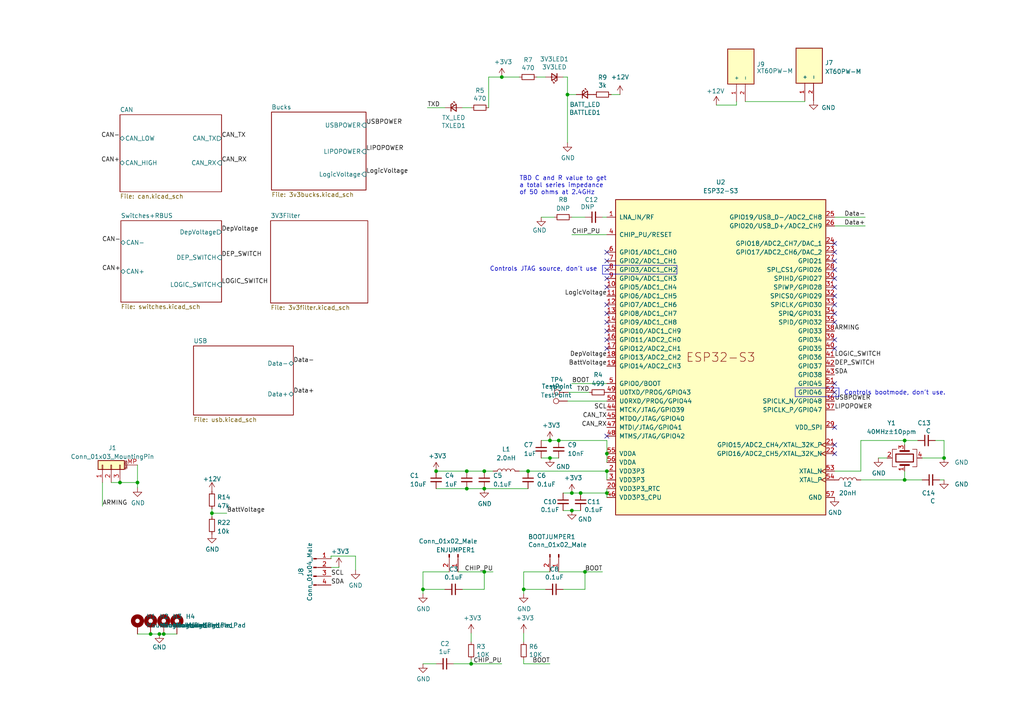
<source format=kicad_sch>
(kicad_sch (version 20230121) (generator eeschema)
  (paper "A4")
  (lib_symbols
    (symbol "Connector:Conn_01x02_Male" (pin_names (offset 1.016) hide)
      (property "Reference" "J" (at 0 2.54 0))
      (property "Value" "Conn_01x02_Male" (at 0 -5.08 0))
      (symbol "Conn_01x02_Male_1_1"
        (polyline (pts (xy 1.27 -2.54) (xy 0.8636 -2.54)) (stroke (width 0.1524)))
        (polyline (pts (xy 1.27 0) (xy 0.8636 0)) (stroke (width 0.1524)))
        (rectangle (start 0.8636 -2.413) (end 0 -2.667) (stroke (width 0.1524)) (fill (type outline)))
        (rectangle (start 0.8636 0.127) (end 0 -0.127) (stroke (width 0.1524)) (fill (type outline)))
        (pin passive line (at 5.08 0 180) (length 3.81) (name "Pin_1") (number "1"))
        (pin passive line (at 5.08 -2.54 180) (length 3.81) (name "Pin_2") (number "2"))
      )
    )
    (symbol "Connector:Conn_01x04_Male" (pin_names (offset 1.016) hide)
      (property "Reference" "J" (at 0 5.08 0))
      (property "Value" "Conn_01x04_Male" (at 0 -7.62 0))
      (symbol "Conn_01x04_Male_1_1"
        (polyline (pts (xy 1.27 -5.08) (xy 0.8636 -5.08)) (stroke (width 0.1524)))
        (polyline (pts (xy 1.27 -2.54) (xy 0.8636 -2.54)) (stroke (width 0.1524)))
        (polyline (pts (xy 1.27 0) (xy 0.8636 0)) (stroke (width 0.1524)))
        (polyline (pts (xy 1.27 2.54) (xy 0.8636 2.54)) (stroke (width 0.1524)))
        (rectangle (start 0.8636 -4.953) (end 0 -5.207) (stroke (width 0.1524)) (fill (type outline)))
        (rectangle (start 0.8636 -2.413) (end 0 -2.667) (stroke (width 0.1524)) (fill (type outline)))
        (rectangle (start 0.8636 0.127) (end 0 -0.127) (stroke (width 0.1524)) (fill (type outline)))
        (rectangle (start 0.8636 2.667) (end 0 2.413) (stroke (width 0.1524)) (fill (type outline)))
        (pin passive line (at 5.08 2.54 180) (length 3.81) (name "Pin_1") (number "1"))
        (pin passive line (at 5.08 0 180) (length 3.81) (name "Pin_2") (number "2"))
        (pin passive line (at 5.08 -2.54 180) (length 3.81) (name "Pin_3") (number "3"))
        (pin passive line (at 5.08 -5.08 180) (length 3.81) (name "Pin_4") (number "4"))
      )
    )
    (symbol "Connector:TestPoint" (pin_numbers hide) (pin_names (offset 0.762) hide)
      (property "Reference" "TP" (at 0 6.858 0))
      (property "Value" "TestPoint" (at 0 5.08 0))
      (symbol "TestPoint_0_1"
        (circle (center 0 3.302) (radius 0.762))
      )
      (symbol "TestPoint_1_1"
        (pin passive line (at 0 0 90) (length 2.54) (name "1") (number "1"))
      )
    )
    (symbol "Connector_Generic_MountingPin:Conn_01x03_MountingPin" (pin_names (offset 1.016) hide)
      (property "Reference" "J" (at 0 5.08 0))
      (property "Value" "Conn_01x03_MountingPin" (at 1.27 -5.08 0))
      (symbol "Conn_01x03_MountingPin_1_1"
        (rectangle (start -1.27 -2.413) (end 0 -2.667) (stroke (width 0.1524)))
        (rectangle (start -1.27 0.127) (end 0 -0.127) (stroke (width 0.1524)))
        (rectangle (start -1.27 2.667) (end 0 2.413) (stroke (width 0.1524)))
        (rectangle (start -1.27 3.81) (end 1.27 -3.81) (stroke (width 0.254)) (fill (type background)))
        (polyline (pts (xy -1.016 -4.572) (xy 1.016 -4.572)) (stroke (width 0.1524)))
        (text "Mounting" (at 0 -4.191 0) (effects (font (size 0.381 0.381))))
        (pin passive line (at -5.08 2.54 0) (length 3.81) (name "Pin_1") (number "1"))
        (pin passive line (at -5.08 0 0) (length 3.81) (name "Pin_2") (number "2"))
        (pin passive line (at -5.08 -2.54 0) (length 3.81) (name "Pin_3") (number "3"))
        (pin passive line (at 0 -7.62 90) (length 3.048) (name "MountPin") (number "MP"))
      )
    )
    (symbol "Device:C_Small" (pin_numbers hide) (pin_names (offset 0.254) hide)
      (property "Reference" "C" (at 0.254 1.778 0))
      (property "Value" "C_Small" (at 0.254 -2.032 0))
      (symbol "C_Small_0_1"
        (polyline (pts (xy -1.524 -0.508) (xy 1.524 -0.508)) (stroke (width 0.3302)))
        (polyline (pts (xy -1.524 0.508) (xy 1.524 0.508)) (stroke (width 0.3048)))
      )
      (symbol "C_Small_1_1"
        (pin passive line (at 0 2.54 270) (length 2.032) (name "~") (number "1"))
        (pin passive line (at 0 -2.54 90) (length 2.032) (name "~") (number "2"))
      )
    )
    (symbol "Device:Crystal_GND24" (pin_names (offset 1.016) hide)
      (property "Reference" "Y" (at 3.175 5.08 0))
      (property "Value" "Crystal_GND24" (at 3.175 3.175 0))
      (symbol "Crystal_GND24_0_1"
        (rectangle (start -1.143 2.54) (end 1.143 -2.54) (stroke (width 0.3048)))
        (polyline (pts (xy -2.54 0) (xy -2.032 0)))
        (polyline (pts (xy -2.032 -1.27) (xy -2.032 1.27)) (stroke (width 0.508)))
        (polyline (pts (xy 0 -3.81) (xy 0 -3.556)))
        (polyline (pts (xy 0 3.556) (xy 0 3.81)))
        (polyline (pts (xy 2.032 -1.27) (xy 2.032 1.27)) (stroke (width 0.508)))
        (polyline (pts (xy 2.032 0) (xy 2.54 0)))
        (polyline (pts (xy -2.54 -2.286) (xy -2.54 -3.556) (xy 2.54 -3.556) (xy 2.54 -2.286)))
        (polyline (pts (xy -2.54 2.286) (xy -2.54 3.556) (xy 2.54 3.556) (xy 2.54 2.286)))
      )
      (symbol "Crystal_GND24_1_1"
        (pin passive line (at -3.81 0 0) (length 1.27) (name "1") (number "1"))
        (pin passive line (at 0 5.08 270) (length 1.27) (name "2") (number "2"))
        (pin passive line (at 3.81 0 180) (length 1.27) (name "3") (number "3"))
        (pin passive line (at 0 -5.08 90) (length 1.27) (name "4") (number "4"))
      )
    )
    (symbol "Device:L" (pin_numbers hide) (pin_names (offset 1.016) hide)
      (property "Reference" "L" (at -1.27 0 90))
      (property "Value" "L" (at 1.905 0 90))
      (symbol "L_0_1"
        (arc (start 0 -2.54) (mid 0.6323 -1.905) (end 0 -1.27))
        (arc (start 0 -1.27) (mid 0.6323 -0.635) (end 0 0))
        (arc (start 0 0) (mid 0.6323 0.635) (end 0 1.27))
        (arc (start 0 1.27) (mid 0.6323 1.905) (end 0 2.54))
      )
      (symbol "L_1_1"
        (pin passive line (at 0 3.81 270) (length 1.27) (name "1") (number "1"))
        (pin passive line (at 0 -3.81 90) (length 1.27) (name "2") (number "2"))
      )
    )
    (symbol "Device:LED_Small" (pin_numbers hide) (pin_names (offset 0.254) hide)
      (property "Reference" "D" (at -1.27 3.175 0))
      (property "Value" "LED_Small" (at -4.445 -2.54 0))
      (symbol "LED_Small_0_1"
        (polyline (pts (xy -0.762 -1.016) (xy -0.762 1.016)) (stroke (width 0.254)))
        (polyline (pts (xy 1.016 0) (xy -0.762 0)))
        (polyline (pts (xy 0.762 -1.016) (xy -0.762 0) (xy 0.762 1.016) (xy 0.762 -1.016)) (stroke (width 0.254)))
        (polyline (pts (xy 0 0.762) (xy -0.508 1.27) (xy -0.254 1.27) (xy -0.508 1.27) (xy -0.508 1.016)))
        (polyline (pts (xy 0.508 1.27) (xy 0 1.778) (xy 0.254 1.778) (xy 0 1.778) (xy 0 1.524)))
      )
      (symbol "LED_Small_1_1"
        (pin passive line (at -2.54 0 0) (length 1.778) (name "K") (number "1"))
        (pin passive line (at 2.54 0 180) (length 1.778) (name "A") (number "2"))
      )
    )
    (symbol "Device:R_Small" (pin_numbers hide) (pin_names (offset 0.254) hide)
      (property "Reference" "R" (at 0.762 0.508 0))
      (property "Value" "R_Small" (at 0.762 -1.016 0))
      (symbol "R_Small_0_1"
        (rectangle (start -0.762 1.778) (end 0.762 -1.778) (stroke (width 0.2032)))
      )
      (symbol "R_Small_1_1"
        (pin passive line (at 0 2.54 270) (length 0.762) (name "~") (number "1"))
        (pin passive line (at 0 -2.54 90) (length 0.762) (name "~") (number "2"))
      )
    )
    (symbol "Espressif:ESP32-S3" (pin_names (offset 1.016))
      (property "Reference" "U" (at 0 48.26 0))
      (property "Value" "ESP32-S3" (at 0 -48.26 0))
      (symbol "ESP32-S3_0_0"
        (text "ESP32-S3" (at 0 0 0) (effects (font (size 2.54 2.54))))
        (pin bidirectional line (at 33.02 -12.7 180) (length 2.54) (name "SPICLK_N/GPIO48") (number "36"))
        (pin bidirectional line (at 33.02 -15.24 180) (length 2.54) (name "SPICLK_P/GPIO47") (number "37"))
      )
      (symbol "ESP32-S3_0_1"
        (rectangle (start -30.48 45.72) (end 30.48 -45.72) (stroke (width 0.254)) (fill (type background)))
      )
      (symbol "ESP32-S3_1_1"
        (pin bidirectional line (at -33.02 40.64 0) (length 2.54) (name "LNA_IN/RF") (number "1"))
        (pin bidirectional line (at -33.02 20.32 0) (length 2.54) (name "GPIO5/ADC1_CH4") (number "10"))
        (pin bidirectional line (at -33.02 17.78 0) (length 2.54) (name "GPIO6/ADC1_CH5") (number "11"))
        (pin bidirectional line (at -33.02 15.24 0) (length 2.54) (name "GPIO7/ADC1_CH6") (number "12"))
        (pin bidirectional line (at -33.02 12.7 0) (length 2.54) (name "GPIO8/ADC1_CH7") (number "13"))
        (pin bidirectional line (at -33.02 10.16 0) (length 2.54) (name "GPIO9/ADC1_CH8") (number "14"))
        (pin bidirectional line (at -33.02 7.62 0) (length 2.54) (name "GPIO10/ADC1_CH9") (number "15"))
        (pin bidirectional line (at -33.02 5.08 0) (length 2.54) (name "GPIO11/ADC2_CH0") (number "16"))
        (pin bidirectional line (at -33.02 2.54 0) (length 2.54) (name "GPIO12/ADC2_CH1") (number "17"))
        (pin bidirectional line (at -33.02 0 0) (length 2.54) (name "GPIO13/ADC2_CH2") (number "18"))
        (pin bidirectional line (at -33.02 -2.54 0) (length 2.54) (name "GPIO14/ADC2_CH3") (number "19"))
        (pin power_in line (at -33.02 -33.02 0) (length 2.54) (name "VDD3P3") (number "2"))
        (pin power_in line (at -33.02 -38.1 0) (length 2.54) (name "VDD3P3_RTC") (number "20"))
        (pin input clock (at 33.02 -25.4 180) (length 2.54) (name "GPIO15/ADC2_CH4/XTAL_32K_P") (number "21"))
        (pin output clock (at 33.02 -27.94 180) (length 2.54) (name "GPIO16/ADC2_CH5/XTAL_32K_N") (number "22"))
        (pin bidirectional line (at 33.02 30.48 180) (length 2.54) (name "GPIO17/ADC2_CH6/DAC_2") (number "23"))
        (pin bidirectional line (at 33.02 33.02 180) (length 2.54) (name "GPIO18/ADC2_CH7/DAC_1") (number "24"))
        (pin bidirectional line (at 33.02 40.64 180) (length 2.54) (name "GPIO19/USB_D-/ADC2_CH8") (number "25"))
        (pin bidirectional line (at 33.02 38.1 180) (length 2.54) (name "GPIO20/USB_D+/ADC2_CH9") (number "26"))
        (pin bidirectional line (at 33.02 27.94 180) (length 2.54) (name "GPIO21") (number "27"))
        (pin bidirectional line (at 33.02 25.4 180) (length 2.54) (name "SPI_CS1/GPIO26") (number "28"))
        (pin power_out line (at 33.02 -20.32 180) (length 2.54) (name "VDD_SPI") (number "29"))
        (pin power_in line (at -33.02 -35.56 0) (length 2.54) (name "VDD3P3") (number "3"))
        (pin bidirectional line (at 33.02 22.86 180) (length 2.54) (name "SPIHD/GPIO27") (number "30"))
        (pin bidirectional line (at 33.02 20.32 180) (length 2.54) (name "SPIWP/GPIO28") (number "31"))
        (pin bidirectional line (at 33.02 17.78 180) (length 2.54) (name "SPICS0/GPIO29") (number "32"))
        (pin bidirectional line (at 33.02 15.24 180) (length 2.54) (name "SPICLK/GPIO30") (number "33"))
        (pin bidirectional line (at 33.02 12.7 180) (length 2.54) (name "SPIQ/GPIO31") (number "34"))
        (pin bidirectional line (at 33.02 10.16 180) (length 2.54) (name "SPID/GPIO32") (number "35"))
        (pin bidirectional line (at 33.02 7.62 180) (length 2.54) (name "GPIO33") (number "38"))
        (pin bidirectional line (at 33.02 5.08 180) (length 2.54) (name "GPIO34") (number "39"))
        (pin input line (at -33.02 35.56 0) (length 2.54) (name "CHIP_PU/RESET") (number "4"))
        (pin bidirectional line (at 33.02 2.54 180) (length 2.54) (name "GPIO35") (number "40"))
        (pin bidirectional line (at 33.02 0 180) (length 2.54) (name "GPIO36") (number "41"))
        (pin bidirectional line (at 33.02 -2.54 180) (length 2.54) (name "GPIO37") (number "42"))
        (pin bidirectional line (at 33.02 -5.08 180) (length 2.54) (name "GPIO38") (number "43"))
        (pin bidirectional line (at -33.02 -15.24 0) (length 2.54) (name "MTCK/JTAG/GPIO39") (number "44"))
        (pin bidirectional line (at -33.02 -17.78 0) (length 2.54) (name "MTDO/JTAG/GPIO40") (number "45"))
        (pin power_in line (at -33.02 -40.64 0) (length 2.54) (name "VDD3P3_CPU") (number "46"))
        (pin bidirectional line (at -33.02 -20.32 0) (length 2.54) (name "MTDI/JTAG/GPIO41") (number "47"))
        (pin bidirectional line (at -33.02 -22.86 0) (length 2.54) (name "MTMS/JTAG/GPIO42") (number "48"))
        (pin bidirectional line (at -33.02 -10.16 0) (length 2.54) (name "U0TXD/PROG/GPIO43") (number "49"))
        (pin bidirectional line (at -33.02 -7.62 0) (length 2.54) (name "GPIO0/BOOT") (number "5"))
        (pin bidirectional line (at -33.02 -12.7 0) (length 2.54) (name "U0RXD/PROG/GPIO44") (number "50"))
        (pin bidirectional line (at 33.02 -7.62 180) (length 2.54) (name "GPIO45") (number "51"))
        (pin bidirectional line (at 33.02 -10.16 180) (length 2.54) (name "GPIO46") (number "52"))
        (pin input clock (at 33.02 -33.02 180) (length 2.54) (name "XTAL_N") (number "53"))
        (pin output clock (at 33.02 -35.56 180) (length 2.54) (name "XTAL_P") (number "54"))
        (pin power_in line (at -33.02 -27.94 0) (length 2.54) (name "VDDA") (number "55"))
        (pin power_in line (at -33.02 -30.48 0) (length 2.54) (name "VDDA") (number "56"))
        (pin power_in line (at 33.02 -40.64 180) (length 2.54) (name "GND") (number "57"))
        (pin bidirectional line (at -33.02 30.48 0) (length 2.54) (name "GPIO1/ADC1_CH0") (number "6"))
        (pin bidirectional line (at -33.02 27.94 0) (length 2.54) (name "GPIO2/ADC1_CH1") (number "7"))
        (pin bidirectional line (at -33.02 25.4 0) (length 2.54) (name "GPIO3/ADC1_CH2") (number "8"))
        (pin bidirectional line (at -33.02 22.86 0) (length 2.54) (name "GPIO4/ADC1_CH3") (number "9"))
      )
    )
    (symbol "Mechanical:MountingHole_Pad" (pin_numbers hide) (pin_names (offset 1.016) hide)
      (property "Reference" "H" (at 0 6.35 0))
      (property "Value" "MountingHole_Pad" (at 0 4.445 0))
      (symbol "MountingHole_Pad_0_1"
        (circle (center 0 1.27) (radius 1.27) (stroke (width 1.27)))
      )
      (symbol "MountingHole_Pad_1_1"
        (pin input line (at 0 -2.54 90) (length 2.54) (name "1") (number "1"))
      )
    )
    (symbol "iclr:XT60PW-M" (pin_names (offset 1.016))
      (property "Reference" "J" (at -5.08 5.7234 0))
      (property "Value" "XT60PW-M" (at -5.08 -5.0923 0))
      (symbol "XT60PW-M_0_0"
        (rectangle (start -5.08 -2.54) (end 5.08 5.08) (stroke (width 0.254)) (fill (type background)))
        (pin passive line (at -10.16 2.54 0) (length 5.08) (name "+") (number "1"))
        (pin passive line (at -10.16 0 0) (length 5.08) (name "-") (number "2"))
      )
    )
    (symbol "power:+12V" (power) (pin_names (offset 0))
      (property "Value" "+12V" (at 0 3.556 0))
      (symbol "+12V_0_1"
        (polyline (pts (xy -0.762 1.27) (xy 0 2.54)))
        (polyline (pts (xy 0 0) (xy 0 2.54)))
        (polyline (pts (xy 0 2.54) (xy 0.762 1.27)))
      )
      (symbol "+12V_1_1"
        (pin power_in line (at 0 0 90) (length 0) hide (name "+12V") (number "1"))
      )
    )
    (symbol "power:+3.3V" (power) (pin_names (offset 0))
      (property "Value" "+3.3V" (at 0 3.556 0))
      (symbol "+3.3V_0_1"
        (polyline (pts (xy -0.762 1.27) (xy 0 2.54)))
        (polyline (pts (xy 0 0) (xy 0 2.54)))
        (polyline (pts (xy 0 2.54) (xy 0.762 1.27)))
      )
      (symbol "+3.3V_1_1"
        (pin power_in line (at 0 0 90) (length 0) hide (name "+3V3") (number "1"))
      )
    )
    (symbol "power:GND" (power) (pin_names (offset 0))
      (property "Value" "GND" (at 0 -3.81 0))
      (symbol "GND_0_1"
        (polyline (pts (xy 0 0) (xy 0 -1.27) (xy 1.27 -1.27) (xy 0 -2.54) (xy -1.27 -1.27) (xy 0 -1.27)))
      )
      (symbol "GND_1_1"
        (pin power_in line (at 0 0 270) (length 0) hide (name "GND") (number "1"))
      )
    )
  )
  (junction (at 176.022 131.572))
  (junction (at 176.022 136.652))
  (junction (at 159.512 127.762))
  (junction (at 135.382 141.732))
  (junction (at 164.592 27.432))
  (junction (at 43.688 183.896))
  (junction (at 262.382 127.762))
  (junction (at 273.812 132.842))
  (junction (at 165.862 143.002))
  (junction (at 165.862 148.082))
  (junction (at 61.468 148.844))
  (junction (at 47.498 183.896))
  (junction (at 34.798 139.954))
  (junction (at 153.162 136.652))
  (junction (at 140.462 136.652))
  (junction (at 176.022 143.002))
  (junction (at 151.892 170.942))
  (junction (at 162.052 127.762))
  (junction (at 39.878 139.954))
  (junction (at 126.492 136.652))
  (junction (at 122.682 170.942))
  (junction (at 140.462 165.862))
  (junction (at 135.382 136.652))
  (junction (at 159.512 132.842))
  (junction (at 46.228 183.896))
  (junction (at 168.402 143.002))
  (junction (at 169.672 165.862))
  (junction (at 140.462 141.732))
  (junction (at 262.382 139.192))
  (junction (at 145.542 22.352))
  (junction (at 136.652 192.532))
  (no_connect (at 176.022 126.492))
  (no_connect (at 242.062 75.692))
  (no_connect (at 242.062 80.772))
  (no_connect (at 242.062 113.792))
  (no_connect (at 176.022 78.232))
  (no_connect (at 242.062 131.572))
  (no_connect (at 242.062 129.032))
  (no_connect (at 176.022 75.692))
  (no_connect (at 176.022 80.772))
  (no_connect (at 176.022 83.312))
  (no_connect (at 176.022 88.392))
  (no_connect (at 176.022 90.932))
  (no_connect (at 176.022 93.472))
  (no_connect (at 176.022 96.012))
  (no_connect (at 176.022 98.552))
  (no_connect (at 176.022 101.092))
  (no_connect (at 242.062 111.252))
  (no_connect (at 242.062 101.092))
  (no_connect (at 242.062 98.552))
  (no_connect (at 242.062 93.472))
  (no_connect (at 242.062 70.612))
  (no_connect (at 242.062 73.152))
  (no_connect (at 242.062 78.232))
  (no_connect (at 242.062 83.312))
  (no_connect (at 242.062 85.852))
  (no_connect (at 242.062 88.392))
  (no_connect (at 242.062 90.932))
  (no_connect (at 176.022 73.152))
  (no_connect (at 242.062 123.952))
  (wire (pts (xy 233.426 29.464) (xy 233.426 29.21)))
  (wire (pts (xy 129.032 170.942) (xy 122.682 170.942)))
  (polyline (pts (xy 230.632 112.522) (xy 243.332 112.522)))
  (wire (pts (xy 176.022 127.762) (xy 176.022 131.572)))
  (wire (pts (xy 267.462 132.842) (xy 273.812 132.842)))
  (wire (pts (xy 163.322 148.082) (xy 165.862 148.082)))
  (polyline (pts (xy 196.342 79.502) (xy 174.752 79.502)))
  (wire (pts (xy 134.112 170.942) (xy 140.462 170.942)))
  (wire (pts (xy 153.162 136.652) (xy 176.022 136.652)))
  (wire (pts (xy 122.682 165.862) (xy 122.682 170.942)))
  (wire (pts (xy 174.752 62.992) (xy 176.022 62.992)))
  (wire (pts (xy 39.878 134.874) (xy 39.878 139.954)))
  (wire (pts (xy 156.972 62.992) (xy 160.782 62.992)))
  (wire (pts (xy 136.652 183.642) (xy 136.652 186.182)))
  (wire (pts (xy 96.012 164.592) (xy 98.298 164.592)))
  (wire (pts (xy 32.258 139.954) (xy 34.798 139.954)))
  (wire (pts (xy 164.592 27.432) (xy 164.592 41.402)))
  (wire (pts (xy 266.192 127.762) (xy 262.382 127.762)))
  (polyline (pts (xy 243.332 112.522) (xy 243.332 115.062)))
  (polyline (pts (xy 243.332 115.062) (xy 230.632 115.062)))
  (wire (pts (xy 151.892 165.862) (xy 151.892 170.942)))
  (wire (pts (xy 163.322 170.942) (xy 169.672 170.942)))
  (wire (pts (xy 150.622 136.652) (xy 153.162 136.652)))
  (wire (pts (xy 96.012 161.29) (xy 96.012 162.052)))
  (wire (pts (xy 126.492 141.732) (xy 135.382 141.732)))
  (wire (pts (xy 262.382 136.652) (xy 262.382 139.192)))
  (wire (pts (xy 141.732 22.352) (xy 145.542 22.352)))
  (wire (pts (xy 122.682 192.532) (xy 126.492 192.532)))
  (wire (pts (xy 141.732 22.352) (xy 141.732 31.242)))
  (wire (pts (xy 123.952 31.242) (xy 129.032 31.242)))
  (wire (pts (xy 29.718 139.954) (xy 29.718 146.812)))
  (wire (pts (xy 122.682 165.862) (xy 130.302 165.862)))
  (wire (pts (xy 213.614 30.48) (xy 213.614 29.464)))
  (wire (pts (xy 61.468 147.574) (xy 61.468 148.844)))
  (wire (pts (xy 103.124 161.29) (xy 103.124 165.354)))
  (wire (pts (xy 249.682 139.192) (xy 262.382 139.192)))
  (wire (pts (xy 164.846 113.792) (xy 170.942 113.792)))
  (wire (pts (xy 165.862 62.992) (xy 169.672 62.992)))
  (wire (pts (xy 165.862 148.082) (xy 168.402 148.082)))
  (wire (pts (xy 140.462 170.942) (xy 140.462 165.862)))
  (wire (pts (xy 135.382 141.732) (xy 140.462 141.732)))
  (wire (pts (xy 164.592 22.352) (xy 163.322 22.352)))
  (wire (pts (xy 176.022 143.002) (xy 176.022 144.272)))
  (wire (pts (xy 216.154 29.464) (xy 233.426 29.464)))
  (wire (pts (xy 162.052 165.862) (xy 169.672 165.862)))
  (polyline (pts (xy 174.752 76.962) (xy 174.752 79.502)))
  (wire (pts (xy 165.862 111.252) (xy 176.022 111.252)))
  (wire (pts (xy 267.462 139.192) (xy 262.382 139.192)))
  (wire (pts (xy 151.892 183.642) (xy 151.892 186.182)))
  (wire (pts (xy 122.682 170.942) (xy 122.682 172.212)))
  (wire (pts (xy 273.812 127.762) (xy 271.272 127.762)))
  (wire (pts (xy 151.892 192.532) (xy 151.892 191.262)))
  (wire (pts (xy 156.972 127.762) (xy 159.512 127.762)))
  (wire (pts (xy 159.512 127.762) (xy 162.052 127.762)))
  (wire (pts (xy 249.682 127.762) (xy 262.382 127.762)))
  (wire (pts (xy 159.512 192.532) (xy 151.892 192.532)))
  (wire (pts (xy 136.652 192.532) (xy 145.542 192.532)))
  (wire (pts (xy 140.462 136.652) (xy 143.002 136.652)))
  (wire (pts (xy 132.842 165.862) (xy 140.462 165.862)))
  (wire (pts (xy 134.112 31.242) (xy 136.652 31.242)))
  (wire (pts (xy 47.498 183.896) (xy 51.308 183.896)))
  (wire (pts (xy 103.124 161.29) (xy 96.012 161.29)))
  (wire (pts (xy 151.892 170.942) (xy 151.892 172.212)))
  (wire (pts (xy 39.878 183.896) (xy 43.688 183.896)))
  (wire (pts (xy 174.752 165.862) (xy 169.672 165.862)))
  (wire (pts (xy 159.512 132.842) (xy 162.052 132.842)))
  (wire (pts (xy 43.688 183.896) (xy 46.228 183.896)))
  (wire (pts (xy 273.812 139.192) (xy 272.542 139.192)))
  (wire (pts (xy 61.468 148.844) (xy 61.468 149.86)))
  (wire (pts (xy 242.062 62.992) (xy 250.952 62.992)))
  (wire (pts (xy 176.022 143.002) (xy 176.022 141.732)))
  (wire (pts (xy 254.762 132.842) (xy 257.302 132.842)))
  (wire (pts (xy 39.878 139.954) (xy 39.878 141.478)))
  (wire (pts (xy 176.022 131.572) (xy 176.022 134.112)))
  (wire (pts (xy 162.052 127.762) (xy 176.022 127.762)))
  (wire (pts (xy 151.892 165.862) (xy 159.512 165.862)))
  (wire (pts (xy 163.322 143.002) (xy 165.862 143.002)))
  (wire (pts (xy 169.672 170.942) (xy 169.672 165.862)))
  (wire (pts (xy 156.972 132.842) (xy 159.512 132.842)))
  (wire (pts (xy 165.862 68.072) (xy 176.022 68.072)))
  (wire (pts (xy 46.228 183.896) (xy 47.498 183.896)))
  (wire (pts (xy 207.772 30.48) (xy 213.614 30.48)))
  (wire (pts (xy 164.592 22.352) (xy 164.592 27.432)))
  (polyline (pts (xy 174.752 76.962) (xy 196.342 76.962)))
  (wire (pts (xy 140.462 165.862) (xy 143.002 165.862)))
  (wire (pts (xy 61.468 148.844) (xy 65.786 148.844)))
  (wire (pts (xy 242.062 136.652) (xy 249.682 136.652)))
  (wire (pts (xy 167.132 27.432) (xy 164.592 27.432)))
  (wire (pts (xy 262.382 127.762) (xy 262.382 129.032)))
  (wire (pts (xy 164.592 116.332) (xy 176.022 116.332)))
  (polyline (pts (xy 196.342 76.962) (xy 196.342 79.502)))
  (wire (pts (xy 155.702 22.352) (xy 158.242 22.352)))
  (wire (pts (xy 135.382 136.652) (xy 140.462 136.652)))
  (wire (pts (xy 179.832 27.432) (xy 177.292 27.432)))
  (wire (pts (xy 158.242 170.942) (xy 151.892 170.942)))
  (wire (pts (xy 145.542 22.352) (xy 150.622 22.352)))
  (wire (pts (xy 176.022 136.652) (xy 176.022 139.192)))
  (wire (pts (xy 34.798 139.954) (xy 39.878 139.954)))
  (polyline (pts (xy 230.632 112.522) (xy 230.632 115.062)))
  (wire (pts (xy 98.298 164.592) (xy 98.298 164.338)))
  (wire (pts (xy 136.652 192.532) (xy 136.652 191.262)))
  (wire (pts (xy 249.682 136.652) (xy 249.682 127.762)))
  (wire (pts (xy 168.402 143.002) (xy 176.022 143.002)))
  (wire (pts (xy 126.492 136.652) (xy 135.382 136.652)))
  (wire (pts (xy 165.862 143.002) (xy 168.402 143.002)))
  (wire (pts (xy 273.812 127.762) (xy 273.812 132.842)))
  (wire (pts (xy 242.062 65.532) (xy 250.952 65.532)))
  (wire (pts (xy 131.572 192.532) (xy 136.652 192.532)))
  (wire (pts (xy 140.462 141.732) (xy 153.162 141.732)))
  (text "Controls JTAG source, don't use\n" (at 173.2577 78.8498 0) (effects (font (size 1.27 1.27)) (justify right bottom)))
  (text "TBD C and R value to get\na total series impedance\nof 50 ohms at 2.4GHz\n" (at 150.622 56.642 0) (effects (font (size 1.27 1.27)) (justify left bottom)))
  (text "Controls bootmode, don't use.\n" (at 244.7614 114.7377 0) (effects (font (size 1.27 1.27)) (justify left bottom)))
  (label "LIPOPOWER" (at 242.062 118.872 0))
  (label "CAN-" (at 34.798 40.132 180))
  (label "LogicVoltage" (at 106.172 50.546 0))
  (label "CAN-" (at 35.052 70.358 180))
  (label "BattVoltage" (at 65.786 148.844 0))
  (label "SCL" (at 96.012 167.132 0))
  (label "BOOT" (at 159.512 192.532 180))
  (label "BattVoltage" (at 176.022 106.172 180))
  (label "CHIP_PU" (at 143.002 165.862 180))
  (label "TXD" (at 170.942 113.792 180))
  (label "CAN_TX" (at 64.262 40.132 0))
  (label "CAN+" (at 35.052 78.74 180))
  (label "SCL" (at 176.022 118.872 180))
  (label "DEP_SWITCH" (at 242.062 106.172 0))
  (label "CAN+" (at 34.798 47.244 180))
  (label "Data-" (at 250.952 62.992 180))
  (label "LOGIC_SWITCH" (at 242.062 103.632 0))
  (label "CHIP_PU" (at 145.542 192.532 180))
  (label "DepVoltage" (at 64.262 67.31 0))
  (label "DEP_SWITCH" (at 64.262 74.676 0))
  (label "USBPOWER" (at 106.172 36.322 0))
  (label "CAN_RX" (at 64.262 47.244 0))
  (label "TXD" (at 123.952 31.242 0))
  (label "ARMING" (at 242.062 96.012 0))
  (label "Data+" (at 250.952 65.532 180))
  (label "LIPOPOWER" (at 106.172 43.942 0))
  (label "Data-" (at 85.09 105.41 0))
  (label "LOGIC_SWITCH" (at 64.262 82.55 0))
  (label "CHIP_PU" (at 165.862 68.072 0))
  (label "BOOT" (at 174.752 165.862 180))
  (label "ARMING" (at 29.718 146.812 0))
  (label "SDA" (at 96.012 169.672 0))
  (label "BOOT" (at 165.862 111.252 0))
  (label "SDA" (at 242.062 108.712 0))
  (label "LogicVoltage" (at 176.022 85.852 180))
  (label "CAN_TX" (at 176.022 121.412 180))
  (label "USBPOWER" (at 242.062 116.332 0))
  (label "CAN_RX" (at 176.022 123.952 180))
  (label "Data+" (at 85.09 114.3 0))
  (label "DepVoltage" (at 176.022 103.632 180))
  (symbol (lib_id "Mechanical:MountingHole_Pad") (at 39.878 181.356 0) (unit 1)
    (property "Reference" "H1" (at 42.418 178.8159 0) (effects (justify left)))
    (property "Value" "MountingHole_Pad" (at 42.418 181.3559 0) (effects (justify left)))
    (property "Footprint" "MountingHole:MountingHole_3.2mm_M3_DIN965_Pad" (effects hide))
  )
  (symbol (lib_id "Device:C_Small") (at 126.492 139.192 0) (unit 1)
    (property "Reference" "C1" (at 118.872 137.922 0) (effects (justify left)))
    (property "Value" "10uF" (at 118.872 140.462 0) (effects (justify left)))
    (property "Footprint" "Capacitor_SMD:C_0402_1005Metric" (effects hide))
  )
  (symbol (lib_id "power:+3.3V") (at 126.492 136.652 0) (unit 1)
    (property "Reference" "#PWR0116" (effects hide))
    (property "Value" "+3.3V" (at 126.873 132.2578 0))
  )
  (symbol (lib_id "power:GND") (at 61.468 154.94 0) (unit 1)
    (property "Reference" "#PWR0141" (effects hide))
    (property "Value" "GND" (at 61.595 159.3342 0))
  )
  (symbol (lib_id "Device:R_Small") (at 136.652 188.722 0) (unit 1)
    (property "Reference" "R3" (at 138.1506 187.5536 0) (effects (justify left)))
    (property "Value" "10K" (at 138.1506 189.865 0) (effects (justify left)))
    (property "Footprint" "Resistor_SMD:R_0402_1005Metric" (effects hide))
  )
  (symbol (lib_id "power:+3.3V") (at 136.652 183.642 0) (unit 1)
    (property "Reference" "#PWR0121" (effects hide))
    (property "Value" "+3.3V" (at 137.033 179.2478 0))
  )
  (symbol (lib_id "Device:R_Small") (at 139.192 31.242 270) (unit 1)
    (property "Reference" "R5" (at 139.192 26.2636 90))
    (property "Value" "470" (at 139.192 28.575 90))
    (property "Footprint" "Resistor_SMD:R_0402_1005Metric" (effects hide))
  )
  (symbol (lib_id "power:+12V") (at 179.832 27.432 0) (unit 1)
    (property "Reference" "#PWR0102" (effects hide))
    (property "Value" "+12V" (at 179.832 22.352 0))
  )
  (symbol (lib_id "iclr:XT60PW-M") (at 235.966 19.05 90) (unit 1)
    (property "Reference" "J7" (at 239.268 18.2153 90) (effects (justify right)))
    (property "Value" "XT60PW-M" (at 239.268 20.7522 90) (effects (justify right)))
    (property "Footprint" "iclr:AMASS_XT60PW-M" (effects hide))
    (property "STANDARD" "Manufacturer recommendations" (effects hide))
    (property "MANUFACTURER" "AMASS" (effects hide))
    (property "PARTREV" "V1.2" (effects hide))
    (property "MAXIMUM_PACKAGE_HEIGHT" "8.4 mm" (effects hide))
  )
  (symbol (lib_id "Device:C_Small") (at 172.212 62.992 90) (unit 1)
    (property "Reference" "C12" (at 173.482 57.912 90) (effects (justify left)))
    (property "Value" "DNP" (at 172.4654 60.0101 90) (effects (justify left)))
    (property "Footprint" "Capacitor_SMD:C_0402_1005Metric" (effects hide))
  )
  (symbol (lib_id "Device:R_Small") (at 61.468 152.4 0) (unit 1)
    (property "Reference" "R22" (at 62.9666 151.5653 0) (effects (justify left)))
    (property "Value" "10k" (at 62.9666 154.1022 0) (effects (justify left)))
    (property "Footprint" "Resistor_SMD:R_0402_1005Metric" (effects hide))
  )
  (symbol (lib_id "Device:C_Small") (at 160.782 170.942 270) (unit 1)
    (property "Reference" "C8" (at 160.782 165.1254 90))
    (property "Value" "0.1uF" (at 160.782 167.4368 90))
    (property "Footprint" "Capacitor_SMD:C_0402_1005Metric" (effects hide))
  )
  (symbol (lib_id "power:GND") (at 156.972 62.992 0) (unit 1)
    (property "Reference" "#PWR0115" (effects hide))
    (property "Value" "GND" (at 154.432 66.802 0) (effects (justify left)))
  )
  (symbol (lib_id "power:GND") (at 46.228 183.896 0) (unit 1)
    (property "Reference" "#PWR0125" (effects hide))
    (property "Value" "GND" (at 46.228 187.706 0))
  )
  (symbol (lib_id "Device:C_Small") (at 131.572 170.942 270) (unit 1)
    (property "Reference" "C3" (at 131.572 165.1254 90))
    (property "Value" "0.1uF" (at 131.572 167.4368 90))
    (property "Footprint" "Capacitor_SMD:C_0402_1005Metric" (effects hide))
  )
  (symbol (lib_id "power:+12V") (at 207.772 30.48 0) (unit 1)
    (property "Reference" "#PWR0184" (effects hide))
    (property "Value" "+12V" (at 207.518 26.416 0))
  )
  (symbol (lib_id "power:+3.3V") (at 165.862 143.002 0) (unit 1)
    (property "Reference" "#PWR0117" (effects hide))
    (property "Value" "+3.3V" (at 166.243 138.6078 0))
  )
  (symbol (lib_id "Connector:TestPoint") (at 164.592 116.332 90) (unit 1)
    (property "Reference" "TP5" (at 161.29 112.6871 90))
    (property "Value" "TestPoint" (at 161.29 114.6081 90))
    (property "Footprint" "TestPoint:TestPoint_Pad_D1.0mm" (effects hide))
  )
  (symbol (lib_id "Connector:TestPoint") (at 164.846 113.792 90) (unit 1)
    (property "Reference" "TP4" (at 161.544 110.1471 90))
    (property "Value" "TestPoint" (at 161.544 112.0681 90))
    (property "Footprint" "TestPoint:TestPoint_Pad_D1.0mm" (effects hide))
  )
  (symbol (lib_id "Connector:Conn_01x04_Male") (at 90.932 164.592 0) (unit 1)
    (property "Reference" "J8" (at 87.283 165.862 90))
    (property "Value" "Conn_01x04_Male" (at 89.8199 165.862 90))
    (property "Footprint" "Connector_PinHeader_2.54mm:PinHeader_1x04_P2.54mm_Vertical" (effects hide))
  )
  (symbol (lib_id "Device:R_Small") (at 61.468 145.034 0) (unit 1)
    (property "Reference" "R14" (at 62.9666 144.1993 0) (effects (justify left)))
    (property "Value" "47k" (at 62.9666 146.7362 0) (effects (justify left)))
    (property "Footprint" "Resistor_SMD:R_0402_1005Metric" (effects hide))
  )
  (symbol (lib_id "Device:R_Small") (at 151.892 188.722 0) (unit 1)
    (property "Reference" "R6" (at 153.3906 187.5536 0) (effects (justify left)))
    (property "Value" "10K" (at 153.3906 189.865 0) (effects (justify left)))
    (property "Footprint" "Resistor_SMD:R_0402_1005Metric" (effects hide))
  )
  (symbol (lib_id "power:GND") (at 273.812 132.842 0) (unit 1)
    (property "Reference" "#PWR0110" (effects hide))
    (property "Value" "GND" (at 278.892 134.112 0))
  )
  (symbol (lib_id "Espressif:ESP32-S3") (at 209.042 103.632 0) (unit 1)
    (property "Reference" "U2" (at 209.042 52.832 0))
    (property "Value" "ESP32-S3" (at 209.042 55.372 0))
    (property "Footprint" "iclr:QFN40P700X700X90-57N" (effects hide))
    (property "Datasheet" "https://www.espressif.com/sites/default/files/documentation/esp32-s3_datasheet_en.pdf" (effects hide))
  )
  (symbol (lib_id "Device:C_Small") (at 168.402 145.542 0) (unit 1)
    (property "Reference" "C11" (at 172.212 145.542 0))
    (property "Value" "0.1uF" (at 172.212 147.8534 0))
    (property "Footprint" "Capacitor_SMD:C_0402_1005Metric" (effects hide))
  )
  (symbol (lib_id "Device:Crystal_GND24") (at 262.382 132.842 90) (unit 1)
    (property "Reference" "Y1" (at 258.572 122.682 90))
    (property "Value" "40MHz±10ppm" (at 258.572 125.222 90))
    (property "Footprint" "Crystal:Crystal_SMD_2016-4Pin_2.0x1.6mm" (effects hide))
  )
  (symbol (lib_id "power:+3.3V") (at 98.298 164.338 0) (unit 1)
    (property "Reference" "#PWR0155" (effects hide))
    (property "Value" "+3.3V" (at 98.679 159.9438 0))
  )
  (symbol (lib_id "iclr:XT60PW-M") (at 216.154 19.304 90) (unit 1)
    (property "Reference" "J9" (at 219.456 18.6603 90) (effects (justify right)))
    (property "Value" "XT60PW-M" (at 219.456 20.5813 90) (effects (justify right)))
    (property "Footprint" "iclr:AMASS_XT60PW-M" (effects hide))
    (property "STANDARD" "Manufacturer recommendations" (effects hide))
    (property "MANUFACTURER" "AMASS" (effects hide))
    (property "PARTREV" "V1.2" (effects hide))
    (property "MAXIMUM_PACKAGE_HEIGHT" "8.4 mm" (effects hide))
  )
  (symbol (lib_id "Device:C_Small") (at 268.732 127.762 90) (unit 1)
    (property "Reference" "C13" (at 270.002 122.682 90) (effects (justify left)))
    (property "Value" "C" (at 270.002 124.9934 90) (effects (justify left)))
    (property "Footprint" "Capacitor_SMD:C_0402_1005Metric" (effects hide))
  )
  (symbol (lib_id "Device:C_Small") (at 129.032 192.532 270) (unit 1)
    (property "Reference" "C2" (at 129.032 186.7154 90))
    (property "Value" "1uF" (at 129.032 189.0268 90))
    (property "Footprint" "Capacitor_SMD:C_0402_1005Metric" (effects hide))
  )
  (symbol (lib_id "Device:C_Small") (at 156.972 130.302 0) (unit 1)
    (property "Reference" "C7" (at 151.892 129.032 0) (effects (justify left)))
    (property "Value" "1uF" (at 151.892 131.572 0) (effects (justify left)))
    (property "Footprint" "Capacitor_SMD:C_0402_1005Metric" (effects hide))
  )
  (symbol (lib_id "Device:C_Small") (at 140.462 139.192 0) (unit 1)
    (property "Reference" "C5" (at 143.002 137.9282 0) (effects (justify left)))
    (property "Value" "0.1uF" (at 143.002 140.4682 0) (effects (justify left)))
    (property "Footprint" "Capacitor_SMD:C_0402_1005Metric" (effects hide))
  )
  (symbol (lib_id "Device:LED_Small") (at 169.672 27.432 0) (unit 1)
    (property "Reference" "BATTLED1" (at 169.672 32.639 0))
    (property "Value" "BATT_LED" (at 169.672 30.3276 0))
    (property "Footprint" "LED_SMD:LED_0402_1005Metric" (effects hide))
  )
  (symbol (lib_id "Device:C_Small") (at 162.052 130.302 0) (unit 1)
    (property "Reference" "C9" (at 164.592 129.0382 0) (effects (justify left)))
    (property "Value" "10nF" (at 164.592 131.5782 0) (effects (justify left)))
    (property "Footprint" "Capacitor_SMD:C_0402_1005Metric" (effects hide))
  )
  (symbol (lib_id "power:GND") (at 159.512 132.842 0) (unit 1)
    (property "Reference" "#PWR0113" (effects hide))
    (property "Value" "GND" (at 163.322 135.382 0))
  )
  (symbol (lib_id "power:+12V") (at 61.468 142.494 0) (unit 1)
    (property "Reference" "#PWR0135" (effects hide))
    (property "Value" "+12V" (at 61.468 138.9182 0))
  )
  (symbol (lib_id "Device:C_Small") (at 135.382 139.192 0) (unit 1)
    (property "Reference" "C4" (at 129.032 137.922 0) (effects (justify left)))
    (property "Value" "1uF" (at 129.032 140.462 0) (effects (justify left)))
    (property "Footprint" "Capacitor_SMD:C_0402_1005Metric" (effects hide))
  )
  (symbol (lib_id "Device:R_Small") (at 173.482 113.792 90) (unit 1)
    (property "Reference" "R4" (at 173.482 108.712 90))
    (property "Value" "499" (at 173.482 111.252 90))
    (property "Footprint" "Resistor_SMD:R_0402_1005Metric" (effects hide))
  )
  (symbol (lib_id "Device:C_Small") (at 163.322 145.542 0) (unit 1)
    (property "Reference" "C10" (at 159.512 145.542 0))
    (property "Value" "0.1uF" (at 159.512 147.8534 0))
    (property "Footprint" "Capacitor_SMD:C_0402_1005Metric" (effects hide))
  )
  (symbol (lib_id "power:GND") (at 164.592 41.402 0) (unit 1)
    (property "Reference" "#PWR0103" (effects hide))
    (property "Value" "GND" (at 164.719 45.7962 0))
  )
  (symbol (lib_id "power:+3.3V") (at 159.512 127.762 0) (unit 1)
    (property "Reference" "#PWR0114" (effects hide))
    (property "Value" "+3.3V" (at 159.893 123.3678 0))
  )
  (symbol (lib_id "power:GND") (at 235.966 29.21 0) (unit 1)
    (property "Reference" "#PWR0185" (effects hide))
    (property "Value" "GND" (at 240.284 31.242 0))
  )
  (symbol (lib_id "Device:R_Small") (at 163.322 62.992 90) (unit 1)
    (property "Reference" "R8" (at 163.322 57.912 90))
    (property "Value" "DNP" (at 163.322 60.452 90))
    (property "Footprint" "Resistor_SMD:R_0402_1005Metric" (effects hide))
  )
  (symbol (lib_id "power:GND") (at 140.462 141.732 0) (unit 1)
    (property "Reference" "#PWR0122" (effects hide))
    (property "Value" "GND" (at 140.589 146.1262 0))
  )
  (symbol (lib_id "Connector_Generic_MountingPin:Conn_01x03_MountingPin") (at 32.258 134.874 90) (unit 1)
    (property "Reference" "J1" (at 32.6136 129.9042 90))
    (property "Value" "Conn_01x03_MountingPin" (at 32.6136 132.4411 90))
    (property "Footprint" "iclr:Molex_Nano-Fit_105313-xx02_1x02_P2.50mm_Horizontal" (effects hide))
  )
  (symbol (lib_id "power:GND") (at 151.892 172.212 0) (unit 1)
    (property "Reference" "#PWR0120" (effects hide))
    (property "Value" "GND" (at 152.019 176.6062 0))
  )
  (symbol (lib_id "power:GND") (at 103.124 165.354 0) (unit 1)
    (property "Reference" "#PWR0153" (effects hide))
    (property "Value" "GND" (at 103.124 169.7974 0))
  )
  (symbol (lib_id "power:GND") (at 165.862 148.082 0) (unit 1)
    (property "Reference" "#PWR0112" (effects hide))
    (property "Value" "GND" (at 169.672 150.622 0))
  )
  (symbol (lib_id "Device:R_Small") (at 174.752 27.432 270) (unit 1)
    (property "Reference" "R9" (at 174.752 22.4536 90))
    (property "Value" "3k" (at 174.752 24.765 90))
    (property "Footprint" "Resistor_SMD:R_0402_1005Metric" (effects hide))
  )
  (symbol (lib_id "power:GND") (at 273.812 139.192 0) (unit 1)
    (property "Reference" "#PWR0108" (effects hide))
    (property "Value" "GND" (at 278.892 140.462 0))
  )
  (symbol (lib_id "Device:L") (at 146.812 136.652 90) (unit 1)
    (property "Reference" "L1" (at 146.812 130.302 90))
    (property "Value" "2.0nH" (at 146.812 132.842 90))
    (property "Footprint" "Inductor_SMD:L_0402_1005Metric" (effects hide))
  )
  (symbol (lib_id "power:GND") (at 122.682 192.532 0) (unit 1)
    (property "Reference" "#PWR0123" (effects hide))
    (property "Value" "GND" (at 122.809 196.9262 0))
  )
  (symbol (lib_id "Device:LED_Small") (at 160.782 22.352 180) (unit 1)
    (property "Reference" "3V3LED1" (at 160.782 17.145 0))
    (property "Value" "3V3LED" (at 160.782 19.4564 0))
    (property "Footprint" "LED_SMD:LED_0402_1005Metric" (effects hide))
  )
  (symbol (lib_id "Mechanical:MountingHole_Pad") (at 47.498 181.356 0) (unit 1)
    (property "Reference" "H3" (at 50.038 178.8159 0) (effects (justify left)))
    (property "Value" "MountingHole_Pad" (at 50.038 181.3559 0) (effects (justify left)))
    (property "Footprint" "MountingHole:MountingHole_3.2mm_M3_DIN965_Pad" (effects hide))
  )
  (symbol (lib_id "power:GND") (at 39.878 141.478 0) (unit 1)
    (property "Reference" "#PWR0101" (effects hide))
    (property "Value" "GND" (at 40.005 145.8722 0))
  )
  (symbol (lib_id "Device:C_Small") (at 153.162 139.192 0) (unit 1)
    (property "Reference" "C6" (at 155.702 137.9282 0) (effects (justify left)))
    (property "Value" "0.1uF" (at 155.702 140.4682 0) (effects (justify left)))
    (property "Footprint" "Capacitor_SMD:C_0402_1005Metric" (effects hide))
  )
  (symbol (lib_id "power:+3.3V") (at 151.892 183.642 0) (unit 1)
    (property "Reference" "#PWR0119" (effects hide))
    (property "Value" "+3.3V" (at 152.273 179.2478 0))
  )
  (symbol (lib_id "power:+3.3V") (at 145.542 22.352 0) (unit 1)
    (property "Reference" "#PWR0118" (effects hide))
    (property "Value" "+3.3V" (at 145.923 17.9578 0))
  )
  (symbol (lib_id "power:GND") (at 122.682 172.212 0) (unit 1)
    (property "Reference" "#PWR0124" (effects hide))
    (property "Value" "GND" (at 122.809 176.6062 0))
  )
  (symbol (lib_id "Connector:Conn_01x02_Male") (at 162.052 160.782 270) (unit 1)
    (property "Reference" "BOOTJUMPER1" (at 153.162 155.702 90) (effects (justify left)))
    (property "Value" "Conn_01x02_Male" (at 153.162 158.0134 90) (effects (justify left)))
    (property "Footprint" "Connector_PinHeader_2.54mm:PinHeader_1x02_P2.54mm_Vertical" (effects hide))
  )
  (symbol (lib_id "power:GND") (at 242.062 144.272 0) (unit 1)
    (property "Reference" "#PWR0107" (effects hide))
    (property "Value" "GND" (at 242.189 148.6662 0))
  )
  (symbol (lib_id "Connector:Conn_01x02_Male") (at 132.842 160.782 270) (unit 1)
    (property "Reference" "ENJUMPER1" (at 126.492 159.512 90) (effects (justify left)))
    (property "Value" "Conn_01x02_Male" (at 121.412 156.972 90) (effects (justify left)))
    (property "Footprint" "Connector_PinHeader_2.54mm:PinHeader_1x02_P2.54mm_Vertical" (effects hide))
  )
  (symbol (lib_id "power:GND") (at 254.762 132.842 0) (unit 1)
    (property "Reference" "#PWR0109" (effects hide))
    (property "Value" "GND" (at 254.889 137.2362 0))
  )
  (symbol (lib_id "Mechanical:MountingHole_Pad") (at 51.308 181.356 0) (unit 1)
    (property "Reference" "H4" (at 53.848 178.8159 0) (effects (justify left)))
    (property "Value" "MountingHole_Pad" (at 53.848 181.3559 0) (effects (justify left)))
    (property "Footprint" "MountingHole:MountingHole_3.2mm_M3_DIN965_Pad" (effects hide))
  )
  (symbol (lib_id "Mechanical:MountingHole_Pad") (at 43.688 181.356 0) (unit 1)
    (property "Reference" "H2" (at 46.228 178.8159 0) (effects (justify left)))
    (property "Value" "MountingHole_Pad" (at 46.228 181.3559 0) (effects (justify left)))
    (property "Footprint" "MountingHole:MountingHole_3.2mm_M3_DIN965_Pad" (effects hide))
  )
  (symbol (lib_id "Device:LED_Small") (at 131.572 31.242 0) (unit 1)
    (property "Reference" "TXLED1" (at 131.572 36.449 0))
    (property "Value" "TX_LED" (at 131.572 34.1376 0))
    (property "Footprint" "LED_SMD:LED_0402_1005Metric" (effects hide))
  )
  (symbol (lib_id "Device:R_Small") (at 153.162 22.352 270) (unit 1)
    (property "Reference" "R7" (at 153.162 17.3736 90))
    (property "Value" "470" (at 153.162 19.685 90))
    (property "Footprint" "Resistor_SMD:R_0402_1005Metric" (effects hide))
  )
  (symbol (lib_id "Device:L") (at 245.872 139.192 90) (unit 1)
    (property "Reference" "L2" (at 245.872 140.462 90))
    (property "Value" "20nH" (at 245.872 143.002 90))
    (property "Footprint" "Inductor_SMD:L_0402_1005Metric" (effects hide))
  )
  (symbol (lib_id "Device:C_Small") (at 270.002 139.192 90) (unit 1)
    (property "Reference" "C14" (at 271.272 143.002 90) (effects (justify left)))
    (property "Value" "C" (at 271.272 145.3134 90) (effects (justify left)))
    (property "Footprint" "Capacitor_SMD:C_0402_1005Metric" (effects hide))
  )
  (sheet (at 34.798 33.274) (size 29.464 22.352) (stroke (width 0.1524))
    (property "Sheetname" "CAN" (at 34.798 32.5624 0) (effects (justify left bottom)))
    (property "Sheetfile" "can.kicad_sch" (at 34.798 56.2106 0) (effects (justify left top)))
    (pin "CAN_TX" output (at 64.262 40.132 0))
    (pin "CAN_RX" input (at 64.262 47.244 0))
    (pin "CAN_LOW" bidirectional (at 34.798 40.132 180))
    (pin "CAN_HIGH" bidirectional (at 34.798 47.244 180))
  )
  (sheet (at 78.486 64.008) (size 28.194 23.876)
    (property "Sheetname" "3V3Filter" (at 78.486 63.2964 0) (effects (justify left bottom)))
    (property "Sheetfile" "3v3filter.kicad_sch" (at 78.486 88.4686 0) (effects (justify left top)))
  )
  (sheet (at 35.052 64.008) (size 29.21 23.622) (stroke (width 0.1524))
    (property "Sheetname" "Switches+RBUS" (at 35.052 63.2964 0) (effects (justify left bottom)))
    (property "Sheetfile" "switches.kicad_sch" (at 35.052 88.2146 0) (effects (justify left top)))
    (pin "CAN-" bidirectional (at 35.052 70.358 180))
    (pin "CAN+" bidirectional (at 35.052 78.74 180))
    (pin "DEP_SWITCH" input (at 64.262 74.676 0))
    (pin "DepVoltage" output (at 64.262 67.31 0))
    (pin "LOGIC_SWITCH" input (at 64.262 82.55 0))
  )
  (sheet (at 56.134 100.33) (size 28.956 20.066) (stroke (width 0.1524))
    (property "Sheetname" "USB" (at 56.134 99.6184 0) (effects (justify left bottom)))
    (property "Sheetfile" "usb.kicad_sch" (at 56.134 120.9806 0) (effects (justify left top)))
    (pin "Data-" bidirectional (at 85.09 105.41 0))
    (pin "Data+" bidirectional (at 85.09 114.3 0))
  )
  (sheet (at 78.74 32.512) (size 27.432 22.606) (stroke (width 0.1524))
    (property "Sheetname" "Bucks" (at 78.74 31.8004 0) (effects (justify left bottom)))
    (property "Sheetfile" "3v3bucks.kicad_sch" (at 78.74 55.7026 0) (effects (justify left top)))
    (pin "USBPOWER" input (at 106.172 36.322 0))
    (pin "LIPOPOWER" input (at 106.172 43.942 0))
    (pin "LogicVoltage" input (at 106.172 50.546 0))
  )
)
</source>
